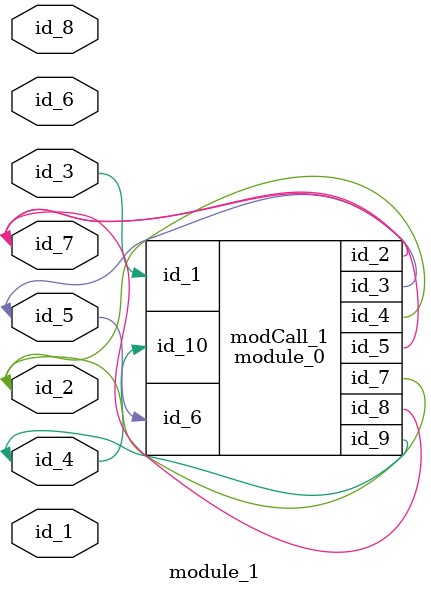
<source format=v>
module module_0 (
    id_1,
    id_2,
    id_3,
    id_4,
    id_5,
    id_6,
    id_7,
    id_8,
    id_9,
    id_10
);
  input wire id_10;
  output wire id_9;
  output wire id_8;
  inout wire id_7;
  input wire id_6;
  inout wire id_5;
  inout wire id_4;
  inout wire id_3;
  inout wire id_2;
  input wire id_1;
  wire id_11;
  wire id_12;
  ;
endmodule
module module_1 (
    id_1,
    id_2,
    id_3,
    id_4,
    id_5,
    id_6,
    id_7,
    id_8
);
  input wire id_8;
  inout wire id_7;
  input wire id_6;
  inout wire id_5;
  module_0 modCall_1 (
      id_3,
      id_7,
      id_5,
      id_2,
      id_7,
      id_5,
      id_2,
      id_7,
      id_4,
      id_4
  );
  inout wire id_4;
  input wire id_3;
  inout wire id_2;
  input wire id_1;
  wire id_9;
endmodule

</source>
